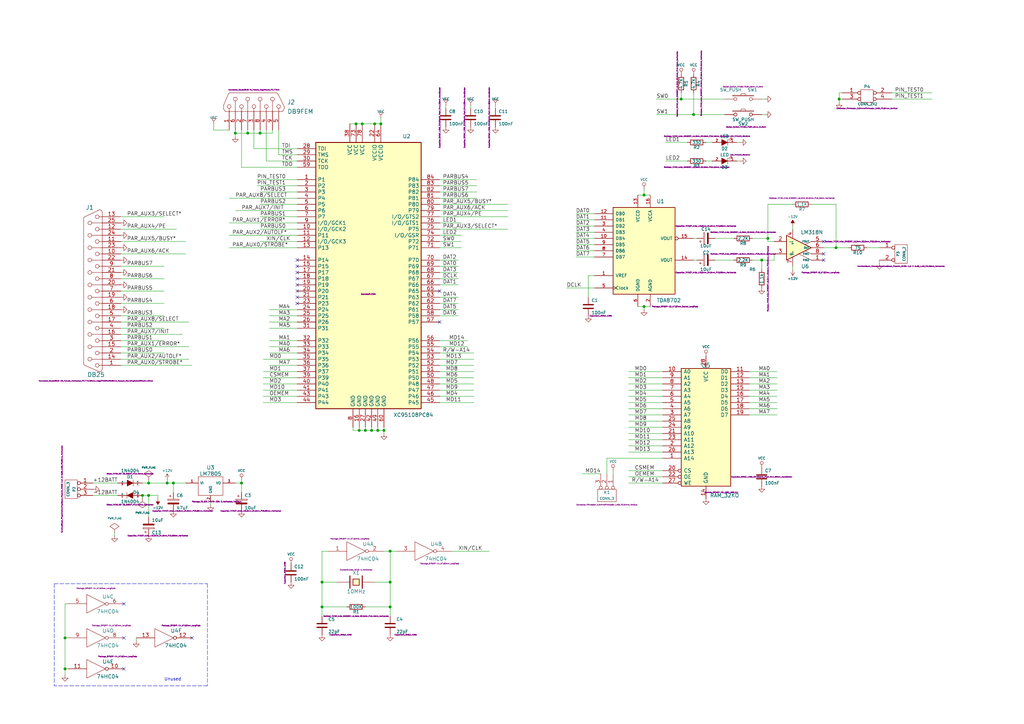
<source format=kicad_sch>
(kicad_sch (version 20210621) (generator eeschema)
  (paper "A3")
  (title_block (title "XC95108PC84 EXPERIMENTATION BOARD") (date "Sun 22 Mar 2015"))
  (junction (at 26.67 261.62) (diameter 1.016))
  (junction (at 26.67 274.32) (diameter 1.016))
  (junction (at 58.42 203.2) (diameter 1.016))
  (junction (at 60.96 198.12) (diameter 1.016))
  (junction (at 60.96 203.2) (diameter 1.016))
  (junction (at 68.58 198.12) (diameter 1.016))
  (junction (at 71.12 198.12) (diameter 1.016))
  (junction (at 96.52 54.61) (diameter 1.016))
  (junction (at 99.06 198.12) (diameter 1.016))
  (junction (at 101.6 54.61) (diameter 1.016))
  (junction (at 106.68 54.61) (diameter 1.016))
  (junction (at 132.08 238.76) (diameter 1.016))
  (junction (at 132.08 248.92) (diameter 1.016))
  (junction (at 146.05 50.8) (diameter 1.016))
  (junction (at 147.32 176.53) (diameter 1.016))
  (junction (at 148.59 50.8) (diameter 1.016))
  (junction (at 149.86 176.53) (diameter 1.016))
  (junction (at 152.4 176.53) (diameter 1.016))
  (junction (at 153.67 50.8) (diameter 1.016))
  (junction (at 154.94 176.53) (diameter 1.016))
  (junction (at 156.21 50.8) (diameter 1.016))
  (junction (at 157.48 176.53) (diameter 1.016))
  (junction (at 160.02 226.06) (diameter 1.016))
  (junction (at 160.02 238.76) (diameter 1.016))
  (junction (at 160.02 248.92) (diameter 1.016))
  (junction (at 264.16 80.01) (diameter 1.016))
  (junction (at 264.16 125.73) (diameter 1.016))
  (junction (at 279.4 40.64) (diameter 1.016))
  (junction (at 284.48 46.99) (diameter 1.016))
  (junction (at 312.42 106.68) (diameter 1.016))
  (junction (at 314.96 97.79) (diameter 1.016))
  (junction (at 342.9 101.6) (diameter 1.016))
  (junction (at 344.17 40.64) (diameter 1.016))
  (no_connect (at 50.8 247.65))
  (no_connect (at 50.8 261.62))
  (no_connect (at 50.8 274.32))
  (no_connect (at 78.74 261.62))
  (no_connect (at 121.92 106.68))
  (no_connect (at 121.92 109.22))
  (no_connect (at 121.92 111.76))
  (no_connect (at 121.92 114.3))
  (no_connect (at 121.92 116.84))
  (no_connect (at 121.92 119.38))
  (no_connect (at 121.92 121.92))
  (no_connect (at 121.92 124.46))
  (no_connect (at 180.34 119.38))
  (no_connect (at 180.34 132.08))
  (no_connect (at 337.82 99.06))
  (no_connect (at 337.82 104.14))
  (no_connect (at 337.82 106.68))
  (wire (pts (xy 26.67 247.65) (xy 26.67 261.62)))
  (wire (pts (xy 26.67 247.65) (xy 27.94 247.65)))
  (wire (pts (xy 26.67 261.62) (xy 26.67 274.32)))
  (wire (pts (xy 26.67 274.32) (xy 26.67 276.86)))
  (wire (pts (xy 26.67 274.32) (xy 27.94 274.32)))
  (wire (pts (xy 27.94 261.62) (xy 26.67 261.62)))
  (wire (pts (xy 38.1 198.12) (xy 48.26 198.12)))
  (wire (pts (xy 46.99 219.71) (xy 46.99 218.44)))
  (wire (pts (xy 48.26 203.2) (xy 38.1 203.2)))
  (wire (pts (xy 49.53 93.98) (xy 72.39 93.98)))
  (wire (pts (xy 49.53 99.06) (xy 76.2 99.06)))
  (wire (pts (xy 49.53 104.14) (xy 76.2 104.14)))
  (wire (pts (xy 49.53 132.08) (xy 77.47 132.08)))
  (wire (pts (xy 49.53 137.16) (xy 74.93 137.16)))
  (wire (pts (xy 49.53 142.24) (xy 77.47 142.24)))
  (wire (pts (xy 49.53 147.32) (xy 77.47 147.32)))
  (wire (pts (xy 49.53 149.86) (xy 78.74 149.86)))
  (wire (pts (xy 55.88 262.89) (xy 55.88 261.62)))
  (wire (pts (xy 58.42 198.12) (xy 60.96 198.12)))
  (wire (pts (xy 58.42 203.2) (xy 60.96 203.2)))
  (wire (pts (xy 58.42 204.47) (xy 58.42 203.2)))
  (wire (pts (xy 60.96 196.85) (xy 60.96 198.12)))
  (wire (pts (xy 60.96 198.12) (xy 68.58 198.12)))
  (wire (pts (xy 60.96 203.2) (xy 60.96 212.09)))
  (wire (pts (xy 60.96 203.2) (xy 64.77 203.2)))
  (wire (pts (xy 64.77 203.2) (xy 64.77 204.47)))
  (wire (pts (xy 67.31 88.9) (xy 49.53 88.9)))
  (wire (pts (xy 67.31 109.22) (xy 49.53 109.22)))
  (wire (pts (xy 67.31 114.3) (xy 49.53 114.3)))
  (wire (pts (xy 67.31 119.38) (xy 49.53 119.38)))
  (wire (pts (xy 67.31 124.46) (xy 49.53 124.46)))
  (wire (pts (xy 67.31 129.54) (xy 49.53 129.54)))
  (wire (pts (xy 67.31 134.62) (xy 49.53 134.62)))
  (wire (pts (xy 67.31 139.7) (xy 49.53 139.7)))
  (wire (pts (xy 67.31 144.78) (xy 49.53 144.78)))
  (wire (pts (xy 68.58 196.85) (xy 68.58 198.12)))
  (wire (pts (xy 68.58 198.12) (xy 71.12 198.12)))
  (wire (pts (xy 71.12 198.12) (xy 71.12 201.93)))
  (wire (pts (xy 71.12 198.12) (xy 76.2 198.12)))
  (wire (pts (xy 86.36 207.01) (xy 86.36 205.74)))
  (wire (pts (xy 87.63 53.34) (xy 87.63 50.8)))
  (wire (pts (xy 87.63 53.34) (xy 93.98 53.34)))
  (wire (pts (xy 93.98 81.28) (xy 121.92 81.28)))
  (wire (pts (xy 93.98 101.6) (xy 121.92 101.6)))
  (wire (pts (xy 96.52 53.34) (xy 96.52 54.61)))
  (wire (pts (xy 96.52 54.61) (xy 96.52 55.88)))
  (wire (pts (xy 96.52 54.61) (xy 101.6 54.61)))
  (wire (pts (xy 96.52 86.36) (xy 121.92 86.36)))
  (wire (pts (xy 99.06 53.34) (xy 99.06 68.58)))
  (wire (pts (xy 99.06 68.58) (xy 121.92 68.58)))
  (wire (pts (xy 99.06 196.85) (xy 99.06 198.12)))
  (wire (pts (xy 99.06 198.12) (xy 96.52 198.12)))
  (wire (pts (xy 99.06 198.12) (xy 99.06 201.93)))
  (wire (pts (xy 101.6 53.34) (xy 101.6 54.61)))
  (wire (pts (xy 101.6 54.61) (xy 106.68 54.61)))
  (wire (pts (xy 104.14 60.96) (xy 104.14 53.34)))
  (wire (pts (xy 105.41 73.66) (xy 121.92 73.66)))
  (wire (pts (xy 105.41 76.2) (xy 121.92 76.2)))
  (wire (pts (xy 106.68 54.61) (xy 106.68 53.34)))
  (wire (pts (xy 106.68 54.61) (xy 111.76 54.61)))
  (wire (pts (xy 106.68 99.06) (xy 121.92 99.06)))
  (wire (pts (xy 109.22 66.04) (xy 109.22 53.34)))
  (wire (pts (xy 110.49 127) (xy 121.92 127)))
  (wire (pts (xy 110.49 129.54) (xy 121.92 129.54)))
  (wire (pts (xy 110.49 132.08) (xy 121.92 132.08)))
  (wire (pts (xy 110.49 134.62) (xy 121.92 134.62)))
  (wire (pts (xy 110.49 139.7) (xy 121.92 139.7)))
  (wire (pts (xy 110.49 142.24) (xy 121.92 142.24)))
  (wire (pts (xy 110.49 144.78) (xy 121.92 144.78)))
  (wire (pts (xy 110.49 149.86) (xy 121.92 149.86)))
  (wire (pts (xy 111.76 54.61) (xy 111.76 53.34)))
  (wire (pts (xy 114.3 63.5) (xy 114.3 53.34)))
  (wire (pts (xy 121.92 60.96) (xy 104.14 60.96)))
  (wire (pts (xy 121.92 63.5) (xy 114.3 63.5)))
  (wire (pts (xy 121.92 66.04) (xy 109.22 66.04)))
  (wire (pts (xy 121.92 78.74) (xy 106.68 78.74)))
  (wire (pts (xy 121.92 83.82) (xy 106.68 83.82)))
  (wire (pts (xy 121.92 88.9) (xy 106.68 88.9)))
  (wire (pts (xy 121.92 91.44) (xy 93.98 91.44)))
  (wire (pts (xy 121.92 93.98) (xy 106.68 93.98)))
  (wire (pts (xy 121.92 96.52) (xy 93.98 96.52)))
  (wire (pts (xy 121.92 147.32) (xy 107.95 147.32)))
  (wire (pts (xy 121.92 152.4) (xy 107.95 152.4)))
  (wire (pts (xy 121.92 154.94) (xy 107.95 154.94)))
  (wire (pts (xy 121.92 157.48) (xy 107.95 157.48)))
  (wire (pts (xy 121.92 160.02) (xy 107.95 160.02)))
  (wire (pts (xy 121.92 162.56) (xy 107.95 162.56)))
  (wire (pts (xy 121.92 165.1) (xy 107.95 165.1)))
  (wire (pts (xy 132.08 226.06) (xy 132.08 238.76)))
  (wire (pts (xy 132.08 226.06) (xy 134.62 226.06)))
  (wire (pts (xy 132.08 238.76) (xy 132.08 248.92)))
  (wire (pts (xy 132.08 238.76) (xy 138.43 238.76)))
  (wire (pts (xy 132.08 248.92) (xy 132.08 252.73)))
  (wire (pts (xy 142.24 248.92) (xy 132.08 248.92)))
  (wire (pts (xy 143.51 50.8) (xy 146.05 50.8)))
  (wire (pts (xy 144.78 175.26) (xy 144.78 176.53)))
  (wire (pts (xy 144.78 176.53) (xy 147.32 176.53)))
  (wire (pts (xy 146.05 50.8) (xy 148.59 50.8)))
  (wire (pts (xy 147.32 175.26) (xy 147.32 176.53)))
  (wire (pts (xy 147.32 176.53) (xy 149.86 176.53)))
  (wire (pts (xy 148.59 50.8) (xy 153.67 50.8)))
  (wire (pts (xy 149.86 175.26) (xy 149.86 176.53)))
  (wire (pts (xy 149.86 176.53) (xy 152.4 176.53)))
  (wire (pts (xy 152.4 175.26) (xy 152.4 176.53)))
  (wire (pts (xy 152.4 176.53) (xy 154.94 176.53)))
  (wire (pts (xy 153.67 50.8) (xy 156.21 50.8)))
  (wire (pts (xy 153.67 238.76) (xy 160.02 238.76)))
  (wire (pts (xy 154.94 175.26) (xy 154.94 176.53)))
  (wire (pts (xy 154.94 176.53) (xy 157.48 176.53)))
  (wire (pts (xy 156.21 50.8) (xy 156.21 48.26)))
  (wire (pts (xy 157.48 175.26) (xy 157.48 176.53)))
  (wire (pts (xy 157.48 176.53) (xy 157.48 177.8)))
  (wire (pts (xy 157.48 226.06) (xy 160.02 226.06)))
  (wire (pts (xy 160.02 226.06) (xy 160.02 238.76)))
  (wire (pts (xy 160.02 226.06) (xy 162.56 226.06)))
  (wire (pts (xy 160.02 238.76) (xy 160.02 248.92)))
  (wire (pts (xy 160.02 248.92) (xy 149.86 248.92)))
  (wire (pts (xy 160.02 248.92) (xy 160.02 252.73)))
  (wire (pts (xy 180.34 83.82) (xy 208.28 83.82)))
  (wire (pts (xy 180.34 86.36) (xy 208.28 86.36)))
  (wire (pts (xy 180.34 88.9) (xy 208.28 88.9)))
  (wire (pts (xy 180.34 93.98) (xy 208.28 93.98)))
  (wire (pts (xy 182.88 44.45) (xy 182.88 43.18)))
  (wire (pts (xy 185.42 226.06) (xy 200.66 226.06)))
  (wire (pts (xy 187.96 106.68) (xy 180.34 106.68)))
  (wire (pts (xy 187.96 109.22) (xy 180.34 109.22)))
  (wire (pts (xy 187.96 111.76) (xy 180.34 111.76)))
  (wire (pts (xy 187.96 114.3) (xy 180.34 114.3)))
  (wire (pts (xy 187.96 116.84) (xy 180.34 116.84)))
  (wire (pts (xy 187.96 121.92) (xy 180.34 121.92)))
  (wire (pts (xy 187.96 124.46) (xy 180.34 124.46)))
  (wire (pts (xy 187.96 127) (xy 180.34 127)))
  (wire (pts (xy 187.96 129.54) (xy 180.34 129.54)))
  (wire (pts (xy 189.23 91.44) (xy 180.34 91.44)))
  (wire (pts (xy 189.23 96.52) (xy 180.34 96.52)))
  (wire (pts (xy 189.23 99.06) (xy 180.34 99.06)))
  (wire (pts (xy 189.23 101.6) (xy 180.34 101.6)))
  (wire (pts (xy 191.77 139.7) (xy 180.34 139.7)))
  (wire (pts (xy 191.77 142.24) (xy 180.34 142.24)))
  (wire (pts (xy 193.04 43.18) (xy 193.04 44.45)))
  (wire (pts (xy 194.31 144.78) (xy 180.34 144.78)))
  (wire (pts (xy 194.31 147.32) (xy 180.34 147.32)))
  (wire (pts (xy 194.31 149.86) (xy 180.34 149.86)))
  (wire (pts (xy 194.31 152.4) (xy 180.34 152.4)))
  (wire (pts (xy 194.31 154.94) (xy 180.34 154.94)))
  (wire (pts (xy 194.31 157.48) (xy 180.34 157.48)))
  (wire (pts (xy 194.31 160.02) (xy 180.34 160.02)))
  (wire (pts (xy 194.31 162.56) (xy 180.34 162.56)))
  (wire (pts (xy 194.31 165.1) (xy 180.34 165.1)))
  (wire (pts (xy 195.58 73.66) (xy 180.34 73.66)))
  (wire (pts (xy 195.58 76.2) (xy 180.34 76.2)))
  (wire (pts (xy 195.58 78.74) (xy 180.34 78.74)))
  (wire (pts (xy 195.58 81.28) (xy 180.34 81.28)))
  (wire (pts (xy 203.2 43.18) (xy 203.2 44.45)))
  (wire (pts (xy 241.3 113.03) (xy 241.3 121.92)))
  (wire (pts (xy 243.84 87.63) (xy 236.22 87.63)))
  (wire (pts (xy 243.84 90.17) (xy 236.22 90.17)))
  (wire (pts (xy 243.84 92.71) (xy 236.22 92.71)))
  (wire (pts (xy 243.84 95.25) (xy 236.22 95.25)))
  (wire (pts (xy 243.84 97.79) (xy 236.22 97.79)))
  (wire (pts (xy 243.84 100.33) (xy 236.22 100.33)))
  (wire (pts (xy 243.84 102.87) (xy 236.22 102.87)))
  (wire (pts (xy 243.84 105.41) (xy 236.22 105.41)))
  (wire (pts (xy 243.84 113.03) (xy 241.3 113.03)))
  (wire (pts (xy 243.84 118.11) (xy 232.41 118.11)))
  (wire (pts (xy 246.38 194.31) (xy 238.76 194.31)))
  (wire (pts (xy 248.92 187.96) (xy 248.92 194.31)))
  (wire (pts (xy 251.46 193.04) (xy 251.46 194.31)))
  (wire (pts (xy 261.62 80.01) (xy 264.16 80.01)))
  (wire (pts (xy 261.62 125.73) (xy 264.16 125.73)))
  (wire (pts (xy 264.16 80.01) (xy 264.16 77.47)))
  (wire (pts (xy 264.16 80.01) (xy 266.7 80.01)))
  (wire (pts (xy 264.16 125.73) (xy 266.7 125.73)))
  (wire (pts (xy 264.16 127) (xy 264.16 125.73)))
  (wire (pts (xy 269.24 40.64) (xy 279.4 40.64)))
  (wire (pts (xy 269.24 46.99) (xy 284.48 46.99)))
  (wire (pts (xy 271.78 152.4) (xy 257.81 152.4)))
  (wire (pts (xy 271.78 154.94) (xy 257.81 154.94)))
  (wire (pts (xy 271.78 157.48) (xy 257.81 157.48)))
  (wire (pts (xy 271.78 160.02) (xy 257.81 160.02)))
  (wire (pts (xy 271.78 162.56) (xy 257.81 162.56)))
  (wire (pts (xy 271.78 165.1) (xy 257.81 165.1)))
  (wire (pts (xy 271.78 167.64) (xy 257.81 167.64)))
  (wire (pts (xy 271.78 170.18) (xy 257.81 170.18)))
  (wire (pts (xy 271.78 172.72) (xy 257.81 172.72)))
  (wire (pts (xy 271.78 175.26) (xy 257.81 175.26)))
  (wire (pts (xy 271.78 177.8) (xy 257.81 177.8)))
  (wire (pts (xy 271.78 180.34) (xy 257.81 180.34)))
  (wire (pts (xy 271.78 182.88) (xy 257.81 182.88)))
  (wire (pts (xy 271.78 185.42) (xy 257.81 185.42)))
  (wire (pts (xy 271.78 187.96) (xy 248.92 187.96)))
  (wire (pts (xy 271.78 193.04) (xy 257.81 193.04)))
  (wire (pts (xy 271.78 195.58) (xy 257.81 195.58)))
  (wire (pts (xy 271.78 198.12) (xy 257.81 198.12)))
  (wire (pts (xy 279.4 38.1) (xy 279.4 40.64)))
  (wire (pts (xy 279.4 40.64) (xy 297.18 40.64)))
  (wire (pts (xy 281.94 58.42) (xy 273.05 58.42)))
  (wire (pts (xy 281.94 66.04) (xy 273.05 66.04)))
  (wire (pts (xy 284.48 46.99) (xy 284.48 38.1)))
  (wire (pts (xy 284.48 46.99) (xy 297.18 46.99)))
  (wire (pts (xy 285.75 97.79) (xy 284.48 97.79)))
  (wire (pts (xy 285.75 106.68) (xy 284.48 106.68)))
  (wire (pts (xy 292.1 58.42) (xy 289.56 58.42)))
  (wire (pts (xy 292.1 66.04) (xy 289.56 66.04)))
  (wire (pts (xy 293.37 97.79) (xy 300.99 97.79)))
  (wire (pts (xy 300.99 106.68) (xy 293.37 106.68)))
  (wire (pts (xy 302.26 58.42) (xy 303.53 58.42)))
  (wire (pts (xy 303.53 66.04) (xy 302.26 66.04)))
  (wire (pts (xy 307.34 152.4) (xy 318.77 152.4)))
  (wire (pts (xy 307.34 154.94) (xy 318.77 154.94)))
  (wire (pts (xy 307.34 157.48) (xy 318.77 157.48)))
  (wire (pts (xy 307.34 160.02) (xy 318.77 160.02)))
  (wire (pts (xy 307.34 162.56) (xy 318.77 162.56)))
  (wire (pts (xy 307.34 165.1) (xy 318.77 165.1)))
  (wire (pts (xy 307.34 167.64) (xy 318.77 167.64)))
  (wire (pts (xy 307.34 170.18) (xy 318.77 170.18)))
  (wire (pts (xy 308.61 97.79) (xy 314.96 97.79)))
  (wire (pts (xy 308.61 106.68) (xy 312.42 106.68)))
  (wire (pts (xy 312.42 46.99) (xy 313.69 46.99)))
  (wire (pts (xy 312.42 106.68) (xy 312.42 110.49)))
  (wire (pts (xy 312.42 106.68) (xy 317.5 106.68)))
  (wire (pts (xy 313.69 40.64) (xy 312.42 40.64)))
  (wire (pts (xy 314.96 83.82) (xy 314.96 97.79)))
  (wire (pts (xy 314.96 83.82) (xy 325.12 83.82)))
  (wire (pts (xy 314.96 97.79) (xy 314.96 99.06)))
  (wire (pts (xy 317.5 99.06) (xy 314.96 99.06)))
  (wire (pts (xy 317.5 106.68) (xy 317.5 104.14)))
  (wire (pts (xy 325.12 92.71) (xy 325.12 93.98)))
  (wire (pts (xy 325.12 110.49) (xy 325.12 109.22)))
  (wire (pts (xy 332.74 83.82) (xy 342.9 83.82)))
  (wire (pts (xy 337.82 101.6) (xy 342.9 101.6)))
  (wire (pts (xy 342.9 83.82) (xy 342.9 101.6)))
  (wire (pts (xy 342.9 101.6) (xy 347.98 101.6)))
  (wire (pts (xy 344.17 38.1) (xy 344.17 40.64)))
  (wire (pts (xy 344.17 38.1) (xy 345.44 38.1)))
  (wire (pts (xy 344.17 40.64) (xy 344.17 41.91)))
  (wire (pts (xy 345.44 40.64) (xy 344.17 40.64)))
  (wire (pts (xy 355.6 101.6) (xy 360.68 101.6)))
  (wire (pts (xy 360.68 107.95) (xy 360.68 106.68)))
  (wire (pts (xy 365.76 38.1) (xy 382.27 38.1)))
  (wire (pts (xy 365.76 40.64) (xy 382.27 40.64)))
  (polyline (pts (xy 22.225 239.395) (xy 22.225 281.305)))
  (polyline (pts (xy 22.225 239.395) (xy 85.09 239.395)))
  (polyline (pts (xy 85.09 239.395) (xy 85.09 281.305)))
  (polyline (pts (xy 85.09 281.305) (xy 22.225 281.305)))
  (text "Unused" (at 67.31 279.4 0) (effects (font (size 1.27 1.27)) (justify left bottom)))
  (label "+12BATT" (at 38.1 198.12 0) (effects (font (size 1.524 1.524))))
  (label "-12BATT" (at 38.1 203.2 0) (effects (font (size 1.524 1.524))))
  (label "PAR_AUX3/SELECT*" (at 52.07 88.9 0) (effects (font (size 1.524 1.524))))
  (label "PAR_AUX4/PE" (at 52.07 93.98 0) (effects (font (size 1.524 1.524))))
  (label "PAR_AUX5/BUSY*" (at 52.07 99.06 0) (effects (font (size 1.524 1.524))))
  (label "PAR_AUX6/ACK" (at 52.07 104.14 0) (effects (font (size 1.524 1.524))))
  (label "PARBUS7" (at 52.07 109.22 0) (effects (font (size 1.524 1.524))))
  (label "PARBUS6" (at 52.07 114.3 0) (effects (font (size 1.524 1.524))))
  (label "PARBUS5" (at 52.07 119.38 0) (effects (font (size 1.524 1.524))))
  (label "PARBUS4" (at 52.07 124.46 0) (effects (font (size 1.524 1.524))))
  (label "PARBUS3" (at 52.07 129.54 0) (effects (font (size 1.524 1.524))))
  (label "PAR_AUX8/SELECT" (at 52.07 132.08 0) (effects (font (size 1.524 1.524))))
  (label "PARBUS2" (at 52.07 134.62 0) (effects (font (size 1.524 1.524))))
  (label "PAR_AUX7/INIT" (at 52.07 137.16 0) (effects (font (size 1.524 1.524))))
  (label "PARBUS1" (at 52.07 139.7 0) (effects (font (size 1.524 1.524))))
  (label "PAR_AUX1/ERROR*" (at 52.07 142.24 0) (effects (font (size 1.524 1.524))))
  (label "PARBUS0" (at 52.07 144.78 0) (effects (font (size 1.524 1.524))))
  (label "PAR_AUX2/AUTOLF*" (at 52.07 147.32 0) (effects (font (size 1.524 1.524))))
  (label "PAR_AUX0/STROBE*" (at 52.07 149.86 0) (effects (font (size 1.524 1.524))))
  (label "PAR_AUX1/ERROR*" (at 95.25 91.44 0) (effects (font (size 1.524 1.524))))
  (label "PAR_AUX2/AUTOLF*" (at 95.25 96.52 0) (effects (font (size 1.524 1.524))))
  (label "PAR_AUX0/STROBE*" (at 95.25 101.6 0) (effects (font (size 1.524 1.524))))
  (label "PAR_AUX8/SELECT" (at 96.52 81.28 0) (effects (font (size 1.524 1.524))))
  (label "PAR_AUX7/INIT" (at 99.06 86.36 0) (effects (font (size 1.524 1.524))))
  (label "PIN_TEST0" (at 105.41 73.66 0) (effects (font (size 1.524 1.524))))
  (label "PIN_TEST1" (at 105.41 76.2 0) (effects (font (size 1.524 1.524))))
  (label "PARBUS3" (at 106.68 78.74 0) (effects (font (size 1.524 1.524))))
  (label "PARBUS2" (at 106.68 83.82 0) (effects (font (size 1.524 1.524))))
  (label "PARBUS1" (at 106.68 88.9 0) (effects (font (size 1.524 1.524))))
  (label "PARBUS0" (at 106.68 93.98 0) (effects (font (size 1.524 1.524))))
  (label "XIN/CLK" (at 109.22 99.06 0) (effects (font (size 1.524 1.524))))
  (label "MD0" (at 110.49 147.32 0) (effects (font (size 1.524 1.524))))
  (label "MD1" (at 110.49 152.4 0) (effects (font (size 1.524 1.524))))
  (label "CSMEM" (at 110.49 154.94 0) (effects (font (size 1.524 1.524))))
  (label "MD2" (at 110.49 157.48 0) (effects (font (size 1.524 1.524))))
  (label "MD10" (at 110.49 160.02 0) (effects (font (size 1.524 1.524))))
  (label "OEMEM" (at 110.49 162.56 0) (effects (font (size 1.524 1.524))))
  (label "MD3" (at 110.49 165.1 0) (effects (font (size 1.524 1.524))))
  (label "MA4" (at 114.3 127 0) (effects (font (size 1.524 1.524))))
  (label "MA3" (at 114.3 129.54 0) (effects (font (size 1.524 1.524))))
  (label "MA2" (at 114.3 132.08 0) (effects (font (size 1.524 1.524))))
  (label "MA5" (at 114.3 134.62 0) (effects (font (size 1.524 1.524))))
  (label "MA1" (at 114.3 139.7 0) (effects (font (size 1.524 1.524))))
  (label "MA0" (at 114.3 142.24 0) (effects (font (size 1.524 1.524))))
  (label "MA6" (at 114.3 144.78 0) (effects (font (size 1.524 1.524))))
  (label "MA7" (at 114.3 149.86 0) (effects (font (size 1.524 1.524))))
  (label "TDI" (at 115.57 60.96 0) (effects (font (size 1.524 1.524))))
  (label "TMS" (at 115.57 63.5 0) (effects (font (size 1.524 1.524))))
  (label "TCK" (at 115.57 66.04 0) (effects (font (size 1.524 1.524))))
  (label "TDO" (at 115.57 68.58 0) (effects (font (size 1.524 1.524))))
  (label "PARBUS4" (at 181.61 73.66 0) (effects (font (size 1.524 1.524))))
  (label "PARBUS5" (at 181.61 76.2 0) (effects (font (size 1.524 1.524))))
  (label "PARBUS7" (at 181.61 78.74 0) (effects (font (size 1.524 1.524))))
  (label "PARBUS6" (at 181.61 81.28 0) (effects (font (size 1.524 1.524))))
  (label "PAR_AUX5/BUSY*" (at 181.61 83.82 0) (effects (font (size 1.524 1.524))))
  (label "PAR_AUX6/ACK" (at 181.61 86.36 0) (effects (font (size 1.524 1.524))))
  (label "PAR_AUX4/PE" (at 181.61 88.9 0) (effects (font (size 1.524 1.524))))
  (label "LED1" (at 181.61 91.44 0) (effects (font (size 1.524 1.524))))
  (label "PAR_AUX3/SELECT*" (at 181.61 93.98 0) (effects (font (size 1.524 1.524))))
  (label "LED2" (at 181.61 96.52 0) (effects (font (size 1.524 1.524))))
  (label "SW0" (at 181.61 99.06 0) (effects (font (size 1.524 1.524))))
  (label "SW1" (at 181.61 101.6 0) (effects (font (size 1.524 1.524))))
  (label "DAT2" (at 181.61 106.68 0) (effects (font (size 1.524 1.524))))
  (label "DAT0" (at 181.61 109.22 0) (effects (font (size 1.524 1.524))))
  (label "DAT3" (at 181.61 111.76 0) (effects (font (size 1.524 1.524))))
  (label "DCLK" (at 181.61 114.3 0) (effects (font (size 1.524 1.524))))
  (label "DAT1" (at 181.61 116.84 0) (effects (font (size 1.524 1.524))))
  (label "DAT4" (at 181.61 121.92 0) (effects (font (size 1.524 1.524))))
  (label "DAT7" (at 181.61 124.46 0) (effects (font (size 1.524 1.524))))
  (label "DAT5" (at 181.61 127 0) (effects (font (size 1.524 1.524))))
  (label "DAT6" (at 181.61 129.54 0) (effects (font (size 1.524 1.524))))
  (label "R/W-A14" (at 181.61 144.78 0) (effects (font (size 1.524 1.524))))
  (label "MD13" (at 182.88 147.32 0) (effects (font (size 1.524 1.524))))
  (label "MD7" (at 182.88 149.86 0) (effects (font (size 1.524 1.524))))
  (label "MD8" (at 182.88 152.4 0) (effects (font (size 1.524 1.524))))
  (label "MD6" (at 182.88 154.94 0) (effects (font (size 1.524 1.524))))
  (label "MD5" (at 182.88 157.48 0) (effects (font (size 1.524 1.524))))
  (label "MD9" (at 182.88 160.02 0) (effects (font (size 1.524 1.524))))
  (label "MD4" (at 182.88 162.56 0) (effects (font (size 1.524 1.524))))
  (label "MD11" (at 182.88 165.1 0) (effects (font (size 1.524 1.524))))
  (label "MD14" (at 184.15 139.7 0) (effects (font (size 1.524 1.524))))
  (label "MD12" (at 184.15 142.24 0) (effects (font (size 1.524 1.524))))
  (label "XIN/CLK" (at 187.96 226.06 0) (effects (font (size 1.524 1.524))))
  (label "DCLK" (at 232.41 118.11 0) (effects (font (size 1.524 1.524))))
  (label "DAT0" (at 236.22 87.63 0) (effects (font (size 1.524 1.524))))
  (label "DAT1" (at 236.22 90.17 0) (effects (font (size 1.524 1.524))))
  (label "DAT2" (at 236.22 92.71 0) (effects (font (size 1.524 1.524))))
  (label "DAT3" (at 236.22 95.25 0) (effects (font (size 1.524 1.524))))
  (label "DAT4" (at 236.22 97.79 0) (effects (font (size 1.524 1.524))))
  (label "DAT5" (at 236.22 100.33 0) (effects (font (size 1.524 1.524))))
  (label "DAT6" (at 236.22 102.87 0) (effects (font (size 1.524 1.524))))
  (label "DAT7" (at 236.22 105.41 0) (effects (font (size 1.524 1.524))))
  (label "MD14" (at 240.03 194.31 0) (effects (font (size 1.524 1.524))))
  (label "R/W-A14" (at 259.08 198.12 0) (effects (font (size 1.524 1.524))))
  (label "MD0" (at 260.35 152.4 0) (effects (font (size 1.524 1.524))))
  (label "MD1" (at 260.35 154.94 0) (effects (font (size 1.524 1.524))))
  (label "MD2" (at 260.35 157.48 0) (effects (font (size 1.524 1.524))))
  (label "MD3" (at 260.35 160.02 0) (effects (font (size 1.524 1.524))))
  (label "MD4" (at 260.35 162.56 0) (effects (font (size 1.524 1.524))))
  (label "MD5" (at 260.35 165.1 0) (effects (font (size 1.524 1.524))))
  (label "MD6" (at 260.35 167.64 0) (effects (font (size 1.524 1.524))))
  (label "MD7" (at 260.35 170.18 0) (effects (font (size 1.524 1.524))))
  (label "MD8" (at 260.35 172.72 0) (effects (font (size 1.524 1.524))))
  (label "MD9" (at 260.35 175.26 0) (effects (font (size 1.524 1.524))))
  (label "MD10" (at 260.35 177.8 0) (effects (font (size 1.524 1.524))))
  (label "MD11" (at 260.35 180.34 0) (effects (font (size 1.524 1.524))))
  (label "MD12" (at 260.35 182.88 0) (effects (font (size 1.524 1.524))))
  (label "MD13" (at 260.35 185.42 0) (effects (font (size 1.524 1.524))))
  (label "CSMEM" (at 260.35 193.04 0) (effects (font (size 1.524 1.524))))
  (label "OEMEM" (at 260.35 195.58 0) (effects (font (size 1.524 1.524))))
  (label "SW0" (at 269.24 40.64 0) (effects (font (size 1.524 1.524))))
  (label "SW1" (at 269.24 46.99 0) (effects (font (size 1.524 1.524))))
  (label "LED1" (at 273.05 58.42 0) (effects (font (size 1.524 1.524))))
  (label "LED2" (at 273.05 66.04 0) (effects (font (size 1.524 1.524))))
  (label "MA0" (at 311.15 152.4 0) (effects (font (size 1.524 1.524))))
  (label "MA1" (at 311.15 154.94 0) (effects (font (size 1.524 1.524))))
  (label "MA2" (at 311.15 157.48 0) (effects (font (size 1.524 1.524))))
  (label "MA3" (at 311.15 160.02 0) (effects (font (size 1.524 1.524))))
  (label "MA4" (at 311.15 162.56 0) (effects (font (size 1.524 1.524))))
  (label "MA5" (at 311.15 165.1 0) (effects (font (size 1.524 1.524))))
  (label "MA6" (at 311.15 167.64 0) (effects (font (size 1.524 1.524))))
  (label "MA7" (at 311.15 170.18 0) (effects (font (size 1.524 1.524))))
  (label "PIN_TEST0" (at 367.03 38.1 0) (effects (font (size 1.524 1.524))))
  (label "PIN_TEST1" (at 367.03 40.64 0) (effects (font (size 1.524 1.524))))
  (symbol (lib_id "carte_test_schlib:VCC") (at 87.63 50.8 0) (unit 1)
    (property "Reference" "#PWR041" (effects hide))
    (property "Value" "VCC" (at 87.63 48.26 0) (effects (font (size 1.016 1.016))))
  )
  (symbol (lib_id "carte_test_schlib:VCC") (at 99.06 196.85 0) (unit 1)
    (property "Reference" "#PWR037" (effects hide))
    (property "Value" "VCC" (at 99.06 193.04 0) (effects (font (size 1.016 1.016))))
  )
  (symbol (lib_id "carte_test_schlib:VCC") (at 119.38 231.14 0) (unit 1)
    (property "Reference" "#PWR022" (effects hide))
    (property "Value" "VCC" (at 119.38 227.33 0) (effects (font (size 1.016 1.016))))
  )
  (symbol (lib_id "carte_test_schlib:VCC") (at 156.21 48.26 0) (unit 1)
    (property "Reference" "#PWR047" (effects hide))
    (property "Value" "VCC" (at 156.21 45.72 0) (effects (font (size 1.016 1.016))))
  )
  (symbol (lib_id "carte_test_schlib:VCC") (at 182.88 43.18 0) (unit 1)
    (property "Reference" "#PWR027" (effects hide))
    (property "Value" "VCC" (at 182.88 40.64 0) (effects (font (size 1.016 1.016))))
  )
  (symbol (lib_id "carte_test_schlib:VCC") (at 193.04 43.18 0) (unit 1)
    (property "Reference" "#PWR026" (effects hide))
    (property "Value" "VCC" (at 193.04 40.64 0) (effects (font (size 1.016 1.016))))
  )
  (symbol (lib_id "carte_test_schlib:VCC") (at 203.2 43.18 0) (unit 1)
    (property "Reference" "#PWR025" (effects hide))
    (property "Value" "VCC" (at 203.2 40.64 0) (effects (font (size 1.016 1.016))))
  )
  (symbol (lib_id "carte_test_schlib:VCC") (at 251.46 193.04 0) (unit 1)
    (property "Reference" "#PWR029" (effects hide))
    (property "Value" "VCC" (at 251.46 189.23 0) (effects (font (size 1.016 1.016))))
  )
  (symbol (lib_id "carte_test_schlib:VCC") (at 264.16 77.47 0) (unit 1)
    (property "Reference" "#PWR046" (effects hide))
    (property "Value" "VCC" (at 264.16 73.66 0) (effects (font (size 1.016 1.016))))
  )
  (symbol (lib_id "carte_test_schlib:VCC") (at 279.4 30.48 0) (unit 1)
    (property "Reference" "#PWR015" (effects hide))
    (property "Value" "VCC" (at 279.4 26.67 0) (effects (font (size 1.016 1.016))))
  )
  (symbol (lib_id "carte_test_schlib:VCC") (at 284.48 30.48 0) (unit 1)
    (property "Reference" "#PWR014" (effects hide))
    (property "Value" "VCC" (at 284.48 26.67 0) (effects (font (size 1.016 1.016))))
  )
  (symbol (lib_id "carte_test_schlib:VCC") (at 289.56 146.05 0) (unit 1)
    (property "Reference" "#PWR02" (effects hide))
    (property "Value" "VCC" (at 289.56 142.24 0) (effects (font (size 1.016 1.016))))
  )
  (symbol (lib_id "carte_test_schlib:VCC") (at 312.42 191.77 0) (unit 1)
    (property "Reference" "#PWR024" (effects hide))
    (property "Value" "VCC" (at 312.42 187.96 0) (effects (font (size 1.016 1.016))))
  )
  (symbol (lib_id "carte_test_schlib:-12V") (at 64.77 204.47 0) (mirror x) (unit 1)
    (property "Reference" "#PWR139" (effects hide))
    (property "Value" "-12V" (at 64.77 208.28 0) (effects (font (size 1.016 1.016))))
  )
  (symbol (lib_id "carte_test_schlib:+12V") (at 68.58 196.85 0) (unit 1)
    (property "Reference" "#PWR05" (effects hide))
    (property "Value" "+12V" (at 68.58 193.04 0) (effects (font (size 1.016 1.016))))
  )
  (symbol (lib_id "carte_test_schlib:-12V") (at 325.12 92.71 0) (unit 1)
    (property "Reference" "#PWR118" (effects hide))
    (property "Value" "-12V" (at 325.12 88.9 0) (effects (font (size 1.016 1.016))))
  )
  (symbol (lib_id "carte_test_schlib:+12V") (at 325.12 110.49 0) (mirror x) (unit 1)
    (property "Reference" "#PWR04" (effects hide))
    (property "Value" "+12V" (at 325.12 114.3 0) (effects (font (size 1.016 1.016))))
  )
  (symbol (lib_id "carte_test_schlib:GND") (at 26.67 276.86 0) (unit 1)
    (property "Reference" "#PWR031" (effects hide))
    (property "Value" "GND" (effects hide))
  )
  (symbol (lib_id "carte_test_schlib:GND") (at 38.1 200.66 90) (unit 1)
    (property "Reference" "#PWR036" (effects hide))
    (property "Value" "GND" (effects hide))
  )
  (symbol (lib_id "carte_test_schlib:GND") (at 46.99 219.71 0) (unit 1)
    (property "Reference" "#PWR033" (effects hide))
    (property "Value" "GND" (effects hide))
  )
  (symbol (lib_id "carte_test_schlib:GND") (at 49.53 91.44 90) (unit 1)
    (property "Reference" "#PWR028" (effects hide))
    (property "Value" "GND" (effects hide))
  )
  (symbol (lib_id "carte_test_schlib:GND") (at 49.53 96.52 90) (unit 1)
    (property "Reference" "#PWR013" (effects hide))
    (property "Value" "GND" (effects hide))
  )
  (symbol (lib_id "carte_test_schlib:GND") (at 49.53 101.6 90) (unit 1)
    (property "Reference" "#PWR012" (effects hide))
    (property "Value" "GND" (effects hide))
  )
  (symbol (lib_id "carte_test_schlib:GND") (at 49.53 106.68 90) (unit 1)
    (property "Reference" "#PWR011" (effects hide))
    (property "Value" "GND" (effects hide))
  )
  (symbol (lib_id "carte_test_schlib:GND") (at 49.53 111.76 90) (unit 1)
    (property "Reference" "#PWR010" (effects hide))
    (property "Value" "GND" (effects hide))
  )
  (symbol (lib_id "carte_test_schlib:GND") (at 49.53 116.84 90) (unit 1)
    (property "Reference" "#PWR018" (effects hide))
    (property "Value" "GND" (effects hide))
  )
  (symbol (lib_id "carte_test_schlib:GND") (at 49.53 121.92 90) (unit 1)
    (property "Reference" "#PWR09" (effects hide))
    (property "Value" "GND" (effects hide))
  )
  (symbol (lib_id "carte_test_schlib:GND") (at 49.53 127 90) (unit 1)
    (property "Reference" "#PWR08" (effects hide))
    (property "Value" "GND" (effects hide))
  )
  (symbol (lib_id "carte_test_schlib:GND") (at 55.88 262.89 0) (unit 1)
    (property "Reference" "#PWR030" (effects hide))
    (property "Value" "GND" (effects hide))
  )
  (symbol (lib_id "carte_test_schlib:GND") (at 60.96 219.71 0) (unit 1)
    (property "Reference" "#PWR03" (effects hide))
    (property "Value" "GND" (effects hide))
  )
  (symbol (lib_id "carte_test_schlib:GND") (at 71.12 209.55 0) (unit 1)
    (property "Reference" "#PWR035" (effects hide))
    (property "Value" "GND" (effects hide))
  )
  (symbol (lib_id "carte_test_schlib:GND") (at 86.36 207.01 0) (unit 1)
    (property "Reference" "#PWR038" (effects hide))
    (property "Value" "GND" (effects hide))
  )
  (symbol (lib_id "carte_test_schlib:GND") (at 96.52 55.88 0) (unit 1)
    (property "Reference" "#PWR040" (effects hide))
    (property "Value" "GND" (effects hide))
  )
  (symbol (lib_id "carte_test_schlib:GND") (at 99.06 209.55 0) (unit 1)
    (property "Reference" "#PWR042" (effects hide))
    (property "Value" "GND" (effects hide))
  )
  (symbol (lib_id "carte_test_schlib:GND") (at 119.38 238.76 0) (unit 1)
    (property "Reference" "#PWR021" (effects hide))
    (property "Value" "GND" (effects hide))
  )
  (symbol (lib_id "carte_test_schlib:GND") (at 132.08 260.35 0) (unit 1)
    (property "Reference" "#PWR048" (effects hide))
    (property "Value" "GND" (effects hide))
  )
  (symbol (lib_id "carte_test_schlib:GND") (at 157.48 177.8 0) (unit 1)
    (property "Reference" "#PWR045" (effects hide))
    (property "Value" "GND" (effects hide))
  )
  (symbol (lib_id "carte_test_schlib:GND") (at 160.02 260.35 0) (unit 1)
    (property "Reference" "#PWR039" (effects hide))
    (property "Value" "GND" (effects hide))
  )
  (symbol (lib_id "carte_test_schlib:GND") (at 182.88 52.07 0) (unit 1)
    (property "Reference" "#PWR049" (effects hide))
    (property "Value" "GND" (effects hide))
  )
  (symbol (lib_id "carte_test_schlib:GND") (at 193.04 52.07 0) (unit 1)
    (property "Reference" "#PWR050" (effects hide))
    (property "Value" "GND" (effects hide))
  )
  (symbol (lib_id "carte_test_schlib:GND") (at 203.2 52.07 0) (unit 1)
    (property "Reference" "#PWR051" (effects hide))
    (property "Value" "GND" (effects hide))
  )
  (symbol (lib_id "carte_test_schlib:GND") (at 241.3 129.54 0) (unit 1)
    (property "Reference" "#PWR043" (effects hide))
    (property "Value" "GND" (effects hide))
  )
  (symbol (lib_id "carte_test_schlib:GND") (at 264.16 127 0) (unit 1)
    (property "Reference" "#PWR044" (effects hide))
    (property "Value" "GND" (effects hide))
  )
  (symbol (lib_id "carte_test_schlib:GND") (at 289.56 204.47 0) (unit 1)
    (property "Reference" "#PWR01" (effects hide))
    (property "Value" "GND" (effects hide))
  )
  (symbol (lib_id "carte_test_schlib:GND") (at 303.53 58.42 90) (unit 1)
    (property "Reference" "#PWR020" (effects hide))
    (property "Value" "GND" (effects hide))
  )
  (symbol (lib_id "carte_test_schlib:GND") (at 303.53 66.04 90) (unit 1)
    (property "Reference" "#PWR019" (effects hide))
    (property "Value" "GND" (effects hide))
  )
  (symbol (lib_id "carte_test_schlib:GND") (at 312.42 118.11 0) (unit 1)
    (property "Reference" "#PWR06" (effects hide))
    (property "Value" "GND" (effects hide))
  )
  (symbol (lib_id "carte_test_schlib:GND") (at 312.42 199.39 0) (unit 1)
    (property "Reference" "#PWR023" (effects hide))
    (property "Value" "GND" (effects hide))
  )
  (symbol (lib_id "carte_test_schlib:GND") (at 313.69 40.64 90) (unit 1)
    (property "Reference" "#PWR017" (effects hide))
    (property "Value" "GND" (effects hide))
  )
  (symbol (lib_id "carte_test_schlib:GND") (at 313.69 46.99 90) (unit 1)
    (property "Reference" "#PWR016" (effects hide))
    (property "Value" "GND" (effects hide))
  )
  (symbol (lib_id "carte_test_schlib:GND") (at 344.17 41.91 0) (unit 1)
    (property "Reference" "#PWR07" (effects hide))
    (property "Value" "GND" (effects hide))
  )
  (symbol (lib_id "carte_test_schlib:GND") (at 360.68 107.95 0) (unit 1)
    (property "Reference" "#PWR034" (effects hide))
    (property "Value" "GND" (effects hide))
  )
  (symbol (lib_id "carte_test_schlib:PWR_FLAG") (at 46.99 218.44 0) (unit 1)
    (property "Reference" "#FLG032" (effects hide))
    (property "Value" "PWR_FLAG" (at 46.99 212.598 0) (effects (font (size 0.762 0.762))))
  )
  (symbol (lib_id "carte_test_schlib:PWR_FLAG") (at 58.42 204.47 0) (mirror x) (unit 1)
    (property "Reference" "#FLG02" (effects hide))
    (property "Value" "PWR_FLAG" (at 58.42 210.312 0) (effects (font (size 0.762 0.762))))
  )
  (symbol (lib_id "carte_test_schlib:PWR_FLAG") (at 60.96 196.85 0) (unit 1)
    (property "Reference" "#FLG01" (effects hide))
    (property "Value" "PWR_FLAG" (at 60.96 191.77 0) (effects (font (size 0.762 0.762))))
  )
  (symbol (lib_id "carte_test_schlib:R") (at 146.05 248.92 270) (unit 1)
    (property "Reference" "R1" (at 146.05 250.952 90))
    (property "Value" "100K" (at 146.05 248.92 90))
    (property "Footprint" "Resistor_THT:R_Axial_DIN0207_L6.3mm_D2.5mm_P10.16mm_Horizontal" (at 146.05 252.73 90) (effects (font (size 0.508 0.508))))
  )
  (symbol (lib_id "carte_test_schlib:R") (at 279.4 34.29 0) (unit 1)
    (property "Reference" "R5" (at 281.432 34.29 90))
    (property "Value" "4,7K" (at 279.4 34.29 90))
    (property "Footprint" "Resistor_THT:R_Axial_DIN0207_L6.3mm_D2.5mm_P10.16mm_Horizontal" (at 277.7744 34.4424 90) (effects (font (size 0.508 0.508))))
  )
  (symbol (lib_id "carte_test_schlib:R") (at 284.48 34.29 0) (unit 1)
    (property "Reference" "R4" (at 286.512 34.29 90))
    (property "Value" "4,7K" (at 284.48 34.29 90))
    (property "Footprint" "Resistor_THT:R_Axial_DIN0207_L6.3mm_D2.5mm_P10.16mm_Horizontal" (at 287.6296 34.1376 90) (effects (font (size 0.508 0.508))))
  )
  (symbol (lib_id "carte_test_schlib:R") (at 285.75 58.42 270) (unit 1)
    (property "Reference" "R2" (at 285.75 60.452 90))
    (property "Value" "330" (at 285.75 58.42 90))
    (property "Footprint" "Resistor_THT:R_Axial_DIN0207_L6.3mm_D2.5mm_P10.16mm_Horizontal" (at 285.75 55.88 90) (effects (font (size 0.508 0.508))))
  )
  (symbol (lib_id "carte_test_schlib:R") (at 285.75 66.04 270) (unit 1)
    (property "Reference" "R3" (at 285.75 68.072 90))
    (property "Value" "330" (at 285.75 66.04 90))
    (property "Footprint" "Resistor_THT:R_Axial_DIN0207_L6.3mm_D2.5mm_P10.16mm_Horizontal" (at 285.75 68.58 90) (effects (font (size 0.508 0.508))))
  )
  (symbol (lib_id "carte_test_schlib:R") (at 304.8 97.79 270) (unit 1)
    (property "Reference" "R8" (at 304.8 99.822 90))
    (property "Value" "2,2K" (at 304.8 97.79 90))
    (property "Footprint" "Resistor_THT:R_Axial_DIN0207_L6.3mm_D2.5mm_P10.16mm_Horizontal" (at 304.8 95.25 90) (effects (font (size 0.508 0.508))))
  )
  (symbol (lib_id "carte_test_schlib:R") (at 304.8 106.68 270) (unit 1)
    (property "Reference" "R9" (at 304.8 108.712 90))
    (property "Value" "2,2K" (at 304.8 106.68 90))
    (property "Footprint" "Resistor_THT:R_Axial_DIN0207_L6.3mm_D2.5mm_P10.16mm_Horizontal" (at 304.8 104.14 90) (effects (font (size 0.508 0.508))))
  )
  (symbol (lib_id "carte_test_schlib:R") (at 312.42 114.3 0) (unit 1)
    (property "Reference" "R6" (at 308.61 110.49 0))
    (property "Value" "1,1k" (at 312.42 114.3 90))
    (property "Footprint" "Resistor_THT:R_Axial_DIN0207_L6.3mm_D2.5mm_P10.16mm_Horizontal" (at 314.96 114.3 90) (effects (font (size 0.508 0.508))))
  )
  (symbol (lib_id "carte_test_schlib:R") (at 328.93 83.82 270) (unit 1)
    (property "Reference" "R7" (at 328.93 85.852 90))
    (property "Value" "1,1K" (at 328.93 83.82 90))
    (property "Footprint" "Resistor_THT:R_Axial_DIN0207_L6.3mm_D2.5mm_P10.16mm_Horizontal" (at 328.93 81.28 90) (effects (font (size 0.508 0.508))))
  )
  (symbol (lib_id "carte_test_schlib:R") (at 351.79 101.6 270) (unit 1)
    (property "Reference" "R10" (at 351.79 103.632 90))
    (property "Value" "75" (at 351.79 101.6 90))
    (property "Footprint" "Resistor_THT:R_Axial_DIN0207_L6.3mm_D2.5mm_P10.16mm_Horizontal" (at 351.79 99.06 90) (effects (font (size 0.508 0.508))))
  )
  (symbol (lib_id "carte_test_schlib:DIODE") (at 53.34 198.12 0) (unit 1)
    (property "Reference" "D1" (at 53.34 195.58 0))
    (property "Value" "1N4004" (at 53.34 193.04 0))
    (property "Footprint" "Diode_THT:D_DO-35_SOD27_P12.70mm_Horizontal" (at 53.34 194.31 0) (effects (font (size 0.508 0.508))))
  )
  (symbol (lib_id "carte_test_schlib:DIODE") (at 53.34 203.2 0) (mirror y) (unit 1)
    (property "Reference" "D4" (at 55.88 201.93 0))
    (property "Value" "1N4004" (at 53.34 205.7146 0))
    (property "Footprint" "Diode_THT:D_DO-35_SOD27_P12.70mm_Horizontal" (at 53.34 207.01 0) (effects (font (size 0.508 0.508))))
  )
  (symbol (lib_id "carte_test_schlib:LED") (at 297.18 58.42 180) (unit 1)
    (property "Reference" "D2" (at 297.18 60.96 0))
    (property "Value" "LED" (at 297.18 55.88 0))
    (property "Footprint" "LED_THT:LED_D5.0mm" (at 303.53 55.88 0) (effects (font (size 0.508 0.508))))
  )
  (symbol (lib_id "carte_test_schlib:LED") (at 297.18 66.04 180) (unit 1)
    (property "Reference" "D3" (at 297.18 68.58 0))
    (property "Value" "LED" (at 297.18 63.5 0))
    (property "Footprint" "LED_THT:LED_D5.0mm" (at 303.53 63.5 0) (effects (font (size 0.508 0.508))))
  )
  (symbol (lib_id "carte_test_schlib:CP") (at 60.96 215.9 0) (mirror x) (unit 1)
    (property "Reference" "C13" (at 62.23 218.44 0) (effects (justify left)))
    (property "Value" "10uF" (at 62.23 213.36 0) (effects (justify left)))
    (property "Footprint" "Capacitor_THT:CP_Axial_L10.0mm_D4.5mm_P15.00mm_Horizontal" (at 64.77 219.71 0) (effects (font (size 0.508 0.508))))
  )
  (symbol (lib_id "carte_test_schlib:CP") (at 71.12 205.74 0) (unit 1)
    (property "Reference" "C6" (at 72.39 203.2 0) (effects (justify left)))
    (property "Value" "47uF" (at 72.39 208.28 0) (effects (justify left)))
    (property "Footprint" "Capacitor_THT:CP_Axial_L10.0mm_D4.5mm_P15.00mm_Horizontal" (at 74.93 209.55 0) (effects (font (size 0.508 0.508))))
  )
  (symbol (lib_id "carte_test_schlib:CP") (at 99.06 205.74 0) (unit 1)
    (property "Reference" "C3" (at 100.33 203.2 0) (effects (justify left)))
    (property "Value" "10uF" (at 100.33 208.28 0) (effects (justify left)))
    (property "Footprint" "Capacitor_THT:CP_Axial_L10.0mm_D4.5mm_P15.00mm_Horizontal" (at 102.87 209.55 0) (effects (font (size 0.508 0.508))))
  )
  (symbol (lib_id "carte_test_schlib:C") (at 119.38 234.95 0) (unit 1)
    (property "Reference" "C12" (at 120.65 232.41 0) (effects (justify left)))
    (property "Value" "100nF" (at 120.65 237.49 0) (effects (justify left)))
    (property "Footprint" "Capacitors_SMD:C_1206" (at 116.84 234.95 90) (effects (font (size 0.508 0.508))))
  )
  (symbol (lib_id "carte_test_schlib:C") (at 132.08 256.54 0) (unit 1)
    (property "Reference" "C5" (at 134.62 254 0) (effects (justify left)))
    (property "Value" "22pF" (at 134.62 259.08 0) (effects (justify left)))
    (property "Footprint" "Capacitors_SMD:C_1206" (at 139.7 260.35 0) (effects (font (size 0.508 0.508))))
  )
  (symbol (lib_id "carte_test_schlib:C") (at 160.02 256.54 0) (unit 1)
    (property "Reference" "C4" (at 162.56 254 0) (effects (justify left)))
    (property "Value" "22pF" (at 162.56 259.08 0) (effects (justify left)))
    (property "Footprint" "Capacitors_SMD:C_1206" (at 166.37 260.35 0) (effects (font (size 0.508 0.508))))
  )
  (symbol (lib_id "carte_test_schlib:C") (at 182.88 48.26 0) (unit 1)
    (property "Reference" "C8" (at 184.15 45.72 0) (effects (justify left)))
    (property "Value" "100nF" (at 184.15 50.8 0) (effects (justify left)))
    (property "Footprint" "Capacitor_SMD:C_1206_3216Metric_Pad1.24x1.80mm_HandSolder" (at 180.34 48.26 90) (effects (font (size 0.508 0.508))))
  )
  (symbol (lib_id "carte_test_schlib:C") (at 193.04 48.26 0) (unit 1)
    (property "Reference" "C10" (at 194.31 45.72 0) (effects (justify left)))
    (property "Value" "100nF" (at 194.31 50.8 0) (effects (justify left)))
    (property "Footprint" "Capacitor_SMD:C_1206_3216Metric_Pad1.24x1.80mm_HandSolder" (at 190.5 48.26 90) (effects (font (size 0.508 0.508))))
  )
  (symbol (lib_id "carte_test_schlib:C") (at 203.2 48.26 0) (unit 1)
    (property "Reference" "C11" (at 204.47 45.72 0) (effects (justify left)))
    (property "Value" "100nF" (at 204.47 50.8 0) (effects (justify left)))
    (property "Footprint" "Capacitor_SMD:C_1206_3216Metric_Pad1.24x1.80mm_HandSolder" (at 200.66 48.26 90) (effects (font (size 0.508 0.508))))
  )
  (symbol (lib_id "carte_test_schlib:C") (at 241.3 125.73 0) (unit 1)
    (property "Reference" "C1" (at 242.57 123.19 0) (effects (justify left)))
    (property "Value" "100nF" (at 242.57 128.27 0) (effects (justify left)))
    (property "Footprint" "Capacitors_SMD:C_1206" (at 246.38 129.54 0) (effects (font (size 0.508 0.508))))
  )
  (symbol (lib_id "carte_test_schlib:CP") (at 289.56 97.79 90) (unit 1)
    (property "Reference" "C14" (at 289.56 93.98 90))
    (property "Value" "10uF" (at 289.56 101.6 90) (effects (justify top)))
    (property "Footprint" "Capacitor_THT:CP_Axial_L10.0mm_D4.5mm_P15.00mm_Horizontal" (at 289.56 92.71 90) (effects (font (size 0.508 0.508))))
  )
  (symbol (lib_id "carte_test_schlib:CP") (at 289.56 106.68 90) (unit 1)
    (property "Reference" "C2" (at 289.56 102.87 90) (effects (justify bottom)))
    (property "Value" "10uF" (at 289.56 110.49 90))
    (property "Footprint" "Capacitor_THT:CP_Axial_L10.0mm_D4.5mm_P15.00mm_Horizontal" (at 289.56 111.76 90) (effects (font (size 0.508 0.508))))
  )
  (symbol (lib_id "carte_test_schlib:C") (at 312.42 195.58 0) (unit 1)
    (property "Reference" "C7" (at 313.69 193.04 0) (effects (justify left)))
    (property "Value" "100nF" (at 313.69 198.12 0) (effects (justify left)))
    (property "Footprint" "Capacitor_SMD:C_1206_3216Metric_Pad1.24x1.80mm_HandSolder" (at 312.42 195.58 0) (effects (font (size 0.508 0.508))))
  )
  (symbol (lib_id "carte_test_schlib:SW_PUSH") (at 304.8 40.64 0) (unit 1)
    (property "Reference" "SW1" (at 308.61 36.83 0))
    (property "Value" "SW_PUSH" (at 299.72 36.83 0))
    (property "Footprint" "Button_Switch_THT:SW_PUSH_6mm_h4.3mm" (at 304.8 35.56 0) (effects (font (size 0.508 0.508))))
  )
  (symbol (lib_id "carte_test_schlib:SW_PUSH") (at 304.8 46.99 0) (unit 1)
    (property "Reference" "SW2" (at 304.8 50.8 0))
    (property "Value" "SW_PUSH" (at 304.8 49.022 0))
    (property "Footprint" "Button_Switch_THT:SW_PUSH_6mm_h4.3mm" (at 306.07 52.07 0) (effects (font (size 0.508 0.508))))
  )
  (symbol (lib_id "carte_test_schlib:CRYSTAL") (at 146.05 238.76 0) (unit 1)
    (property "Reference" "X1" (at 146.05 234.95 0) (effects (font (size 1.524 1.524))))
    (property "Value" "10MHz" (at 146.05 242.57 0) (effects (font (size 1.524 1.524))))
    (property "Footprint" "Crystal:Crystal_HC18-U_Horizontal" (at 146.05 233.68 0) (effects (font (size 0.508 0.508))))
  )
  (symbol (lib_id "carte_test_schlib:CONN_3") (at 29.21 200.66 0) (mirror y) (unit 1)
    (property "Reference" "P2" (at 30.4292 200.66 90) (effects (font (size 1.016 1.016))))
    (property "Value" "CONN_3" (at 27.94 200.66 90) (effects (font (size 1.016 1.016))))
    (property "Footprint" "TerminalBlock_Phoenix:TerminalBlock_Phoenix_MKDS-1,5-3-5.08_1x03_P5.08mm_Horizontal" (at 25.4 200.66 90) (effects (font (size 0.508 0.508))))
  )
  (symbol (lib_id "carte_test_schlib:CONN_3") (at 248.92 203.2 270) (unit 1)
    (property "Reference" "K1" (at 248.92 201.93 90))
    (property "Value" "CONN_3" (at 248.92 204.47 90) (effects (font (size 1.016 1.016))))
    (property "Footprint" "Connector_PinHeader_2.54mm:PinHeader_1x03_P2.54mm_Vertical" (at 248.92 207.01 90) (effects (font (size 0.508 0.508))))
  )
  (symbol (lib_id "carte_test_schlib:CONN_2") (at 369.57 104.14 0) (unit 1)
    (property "Reference" "P3" (at 368.3 104.14 90) (effects (font (size 1.016 1.016))))
    (property "Value" "CONN_2" (at 370.84 104.14 90) (effects (font (size 1.016 1.016))))
    (property "Footprint" "TerminalBlock_Phoenix:TerminalBlock_Phoenix_MKDS-1,5-2-5.08_1x02_P5.08mm_Horizontal" (at 369.57 109.22 0) (effects (font (size 0.508 0.508))))
  )
  (symbol (lib_id "carte_test_schlib:CONN_2X2") (at 355.6 39.37 0) (unit 1)
    (property "Reference" "P4" (at 355.6 35.56 0))
    (property "Value" "CONN_2X2" (at 355.854 42.672 0) (effects (font (size 1.016 1.016))))
    (property "Footprint" "Connector_PinHeader_2.54mm:PinHeader_2x02_P2.54mm_Vertical" (at 355.6 44.45 0) (effects (font (size 0.508 0.508))))
  )
  (symbol (lib_id "carte_test_schlib:74HC04") (at 39.37 247.65 0) (unit 3)
    (property "Reference" "U4" (at 44.323 244.729 0) (effects (font (size 1.524 1.524))))
    (property "Value" "74HC04" (at 44.196 250.7996 0) (effects (font (size 1.524 1.524))))
    (property "Footprint" "Package_DIP:DIP-14_W7.62mm_LongPads" (at 39.37 241.3 0) (effects (font (size 0.508 0.508))))
  )
  (symbol (lib_id "carte_test_schlib:74HC04") (at 39.37 261.62 0) (unit 4)
    (property "Reference" "U4" (at 44.323 258.699 0) (effects (font (size 1.524 1.524))))
    (property "Value" "74HC04" (at 44.196 264.7696 0) (effects (font (size 1.524 1.524))))
    (property "Footprint" "Package_DIP:DIP-14_W7.62mm_LongPads" (at 45.72 256.54 0) (effects (font (size 0.508 0.508))))
  )
  (symbol (lib_id "carte_test_schlib:74HC04") (at 39.37 274.32 0) (unit 5)
    (property "Reference" "U4" (at 44.323 271.399 0) (effects (font (size 1.524 1.524))))
    (property "Value" "74HC04" (at 44.196 277.4696 0) (effects (font (size 1.524 1.524))))
    (property "Footprint" "Package_DIP:DIP-14_W7.62mm_LongPads" (at 48.26 269.24 0) (effects (font (size 0.508 0.508))))
  )
  (symbol (lib_id "carte_test_schlib:74HC04") (at 67.31 261.62 0) (unit 6)
    (property "Reference" "U4" (at 72.263 258.699 0) (effects (font (size 1.524 1.524))))
    (property "Value" "74HC04" (at 72.136 264.7696 0) (effects (font (size 1.524 1.524))))
    (property "Footprint" "Package_DIP:DIP-14_W7.62mm_LongPads" (at 74.295 256.54 0) (effects (font (size 0.508 0.508))))
  )
  (symbol (lib_id "carte_test_schlib:74HC04") (at 146.05 226.06 0) (unit 1)
    (property "Reference" "U4" (at 151.003 223.139 0) (effects (font (size 1.524 1.524))))
    (property "Value" "74HC04" (at 150.876 229.2096 0) (effects (font (size 1.524 1.524))))
    (property "Footprint" "Package_DIP:DIP-14_W7.62mm_LongPads" (at 143.51 220.98 0) (effects (font (size 0.508 0.508))))
  )
  (symbol (lib_id "carte_test_schlib:74HC04") (at 173.99 226.06 0) (unit 2)
    (property "Reference" "U4" (at 178.943 223.139 0) (effects (font (size 1.524 1.524))))
    (property "Value" "74HC04" (at 178.816 229.2096 0) (effects (font (size 1.524 1.524))))
    (property "Footprint" "Package_DIP:DIP-14_W7.62mm_LongPads" (at 180.34 231.14 0) (effects (font (size 0.508 0.508))))
  )
  (symbol (lib_id "carte_test_schlib:LM7805") (at 86.36 199.39 0) (unit 1)
    (property "Reference" "U3" (at 86.36 191.77 0) (effects (font (size 1.524 1.524))))
    (property "Value" "LM7805" (at 86.36 194.31 0) (effects (font (size 1.524 1.524))))
    (property "Footprint" "Package_TO_SOT_THT:TO-220-3_Horizontal_TabDown" (at 88.9 205.74 0) (effects (font (size 0.508 0.508))))
  )
  (symbol (lib_id "carte_test_schlib:LM318N") (at 327.66 101.6 0) (mirror x) (unit 1)
    (property "Reference" "U6" (at 330.2 109.22 0) (effects (font (size 1.524 1.524))))
    (property "Value" "LM318N" (at 332.994 95.2754 0) (effects (font (size 1.524 1.524))))
    (property "Footprint" "Package_DIP:DIP-8_W7.62mm_LongPads" (at 336.55 111.76 0) (effects (font (size 0.508 0.508))))
  )
  (symbol (lib_id "carte_test_schlib:DB9") (at 104.14 41.91 270) (mirror x) (unit 1)
    (property "Reference" "J2" (at 119.38 41.91 90) (effects (font (size 1.778 1.778))))
    (property "Value" "DB9FEM" (at 123.19 45.72 90) (effects (font (size 1.778 1.778))))
    (property "Footprint" "Connector_Dsub:DSUB-9_Female_EdgeMount_P2.77mm" (at 104.14 36.83 90) (effects (font (size 0.508 0.508))))
  )
  (symbol (lib_id "carte_test_schlib:DB25") (at 38.1 119.38 0) (mirror y) (unit 1)
    (property "Reference" "J1" (at 36.83 85.09 0) (effects (font (size 1.778 1.778))))
    (property "Value" "DB25" (at 39.37 153.67 0) (effects (font (size 1.778 1.778))))
    (property "Footprint" "Connector_Dsub:DSUB-25_Female_Horizontal_P2.77x2.84mm_EdgePinOffset9.90mm_Housed_MountingHolesOffset11.32mm" (at 39.37 156.21 0) (effects (font (size 0.508 0.508))))
  )
  (symbol (lib_id "carte_test_schlib:TDA8702") (at 264.16 102.87 0) (unit 1)
    (property "Reference" "U1" (at 269.24 82.55 0) (effects (font (size 1.524 1.524)) (justify left)))
    (property "Value" "TDA8702" (at 269.24 123.19 0) (effects (font (size 1.524 1.524)) (justify left)))
    (property "Footprint" "Package_DIP:DIP-16_W7.62mm_Socket_LongPads" (at 276.86 125.73 0) (effects (font (size 0.508 0.508))))
  )
  (symbol (lib_id "carte_test_schlib:RAM_32KO") (at 289.56 172.72 0) (unit 1)
    (property "Reference" "U5" (at 289.56 149.86 0) (effects (font (size 1.778 1.778))))
    (property "Value" "RAM_32KO" (at 297.18 203.2 0) (effects (font (size 1.524 1.524))))
    (property "Footprint" "Sockets_DIP:DIP-28__300__600_ELL" (at 295.91 201.93 0) (effects (font (size 0.508 0.508))))
  )
  (symbol (lib_id "carte_test_schlib:XC95108PC84") (at 151.13 120.65 0) (unit 1)
    (property "Reference" "U2" (at 165.1 55.88 0) (effects (font (size 1.524 1.524)) (justify left)))
    (property "Value" "XC95108PC84" (at 161.29 170.18 0) (effects (font (size 1.524 1.524)) (justify left)))
    (property "Footprint" "Sockets:PLCC84" (at 151.13 120.65 0) (effects (font (size 0.508 0.508))))
  )
)
</source>
